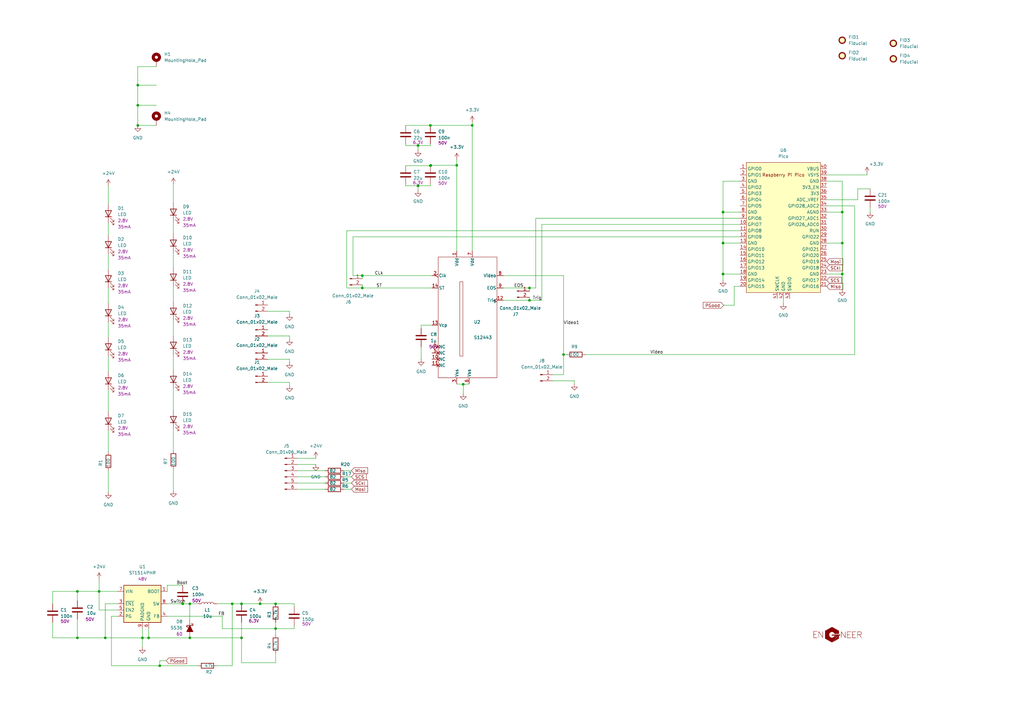
<source format=kicad_sch>
(kicad_sch (version 20211123) (generator eeschema)
  (paper "A3")
  (title_block (title "High Precision Position Sensor Simple") (date "2023-03-11") (rev "1") (company "enGYneer") (comment 2 "www.gyurma.de") (comment 3 "www.enGYneer.de"))
  (lib_symbols
    (symbol "Connector:Conn_01x02_Male" (pin_names (offset 1.016) hide)
      (property "Reference" "J" (at 0 2.54 0))
      (property "Value" "Conn_01x02_Male" (at 0 -5.08 0))
      (symbol "Conn_01x02_Male_1_1"
        (pin passive line (at 5.08 0 180) (length 3.81) (name "Pin_1") (number "1"))
        (pin passive line (at 5.08 -2.54 180) (length 3.81) (name "Pin_2") (number "2"))
      )
    )
    (symbol "Connector:Conn_01x06_Male" (pin_names (offset 1.016) hide)
      (property "Reference" "J" (at 0 7.62 0))
      (property "Value" "Conn_01x06_Male" (at 0 -10.16 0))
      (symbol "Conn_01x06_Male_1_1"
        (pin passive line (at 5.08 5.08 180) (length 3.81) (name "Pin_1") (number "1"))
        (pin passive line (at 5.08 2.54 180) (length 3.81) (name "Pin_2") (number "2"))
        (pin passive line (at 5.08 0 180) (length 3.81) (name "Pin_3") (number "3"))
        (pin passive line (at 5.08 -2.54 180) (length 3.81) (name "Pin_4") (number "4"))
        (pin passive line (at 5.08 -5.08 180) (length 3.81) (name "Pin_5") (number "5"))
        (pin passive line (at 5.08 -7.62 180) (length 3.81) (name "Pin_6") (number "6"))
      )
    )
    (symbol "Device:C" (pin_numbers hide) (pin_names (offset 0.254))
      (property "Reference" "C" (at 0.635 2.54 0))
      (property "Value" "C" (at 0.635 -2.54 0))
      (symbol "C_1_1"
        (pin passive line (at 0 3.81 270) (length 2.794) (name "~") (number "1"))
        (pin passive line (at 0 -3.81 90) (length 2.794) (name "~") (number "2"))
      )
    )
    (symbol "Device:D_Schottky_Filled" (pin_numbers hide) (pin_names (offset 1.016) hide)
      (property "Reference" "D" (at 0 2.54 0))
      (property "Value" "D_Schottky_Filled" (at 0 -2.54 0))
      (symbol "D_Schottky_Filled_1_1"
        (pin passive line (at -3.81 0 0) (length 2.54) (name "K") (number "1"))
        (pin passive line (at 3.81 0 180) (length 2.54) (name "A") (number "2"))
      )
    )
    (symbol "Device:L" (pin_numbers hide) (pin_names (offset 1.016) hide)
      (property "Reference" "L" (at -1.27 0 90))
      (property "Value" "L" (at 1.905 0 90))
      (symbol "L_1_1"
        (pin passive line (at 0 3.81 270) (length 1.27) (name "1") (number "1"))
        (pin passive line (at 0 -3.81 90) (length 1.27) (name "2") (number "2"))
      )
    )
    (symbol "Device:LED" (pin_numbers hide) (pin_names (offset 1.016) hide)
      (property "Reference" "D" (at 0 2.54 0))
      (property "Value" "LED" (at 0 -2.54 0))
      (symbol "LED_1_1"
        (pin passive line (at -3.81 0 0) (length 2.54) (name "K") (number "1"))
        (pin passive line (at 3.81 0 180) (length 2.54) (name "A") (number "2"))
      )
    )
    (symbol "Device:R" (pin_numbers hide) (pin_names (offset 0))
      (property "Reference" "R" (at 2.032 0 90))
      (property "Value" "R" (at 0 0 90))
      (symbol "R_1_1"
        (pin passive line (at 0 3.81 270) (length 1.27) (name "~") (number "1"))
        (pin passive line (at 0 -3.81 90) (length 1.27) (name "~") (number "2"))
      )
    )
    (symbol "GND_1" (power) (pin_names (offset 0))
      (property "Value" "GND_1" (at 0 -3.81 0))
      (symbol "GND_1_1_1"
        (pin power_in line (at 0 0 270) (length 0) hide (name "GND") (number "1"))
      )
    )
    (symbol "GND_2" (power) (pin_names (offset 0))
      (property "Value" "GND_2" (at 0 -3.81 0))
      (symbol "GND_2_1_1"
        (pin power_in line (at 0 0 270) (length 0) hide (name "GND") (number "1"))
      )
    )
    (symbol "GND_3" (power) (pin_names (offset 0))
      (property "Value" "GND_3" (at 0 -3.81 0))
      (symbol "GND_3_1_1"
        (pin power_in line (at 0 0 270) (length 0) hide (name "GND") (number "1"))
      )
    )
    (symbol "Mechanical:Fiducial"
      (property "Reference" "FID" (at 0 5.08 0))
      (property "Value" "Fiducial" (at 0 3.175 0))
    )
    (symbol "Mechanical:MountingHole_Pad" (pin_numbers hide) (pin_names (offset 1.016) hide)
      (property "Reference" "H" (at 0 6.35 0))
      (property "Value" "MountingHole_Pad" (at 0 4.445 0))
      (symbol "MountingHole_Pad_1_1"
        (pin input line (at 0 -2.54 90) (length 2.54) (name "1") (number "1"))
      )
    )
    (symbol "Pico:Pico"
      (property "Reference" "U" (at -13.97 27.94 0))
      (property "Value" "Pico" (at 0 19.05 0))
      (symbol "Pico_0_0"
        (text "Raspberry Pi Pico" (at 0 21.59 0) (effects (font (size 1.27 1.27))))
      )
      (symbol "Pico_1_1"
        (pin bidirectional line (at -17.78 24.13 0) (length 2.54) (name "GPIO0") (number "1"))
        (pin bidirectional line (at -17.78 1.27 0) (length 2.54) (name "GPIO7") (number "10"))
        (pin bidirectional line (at -17.78 -1.27 0) (length 2.54) (name "GPIO8") (number "11"))
        (pin bidirectional line (at -17.78 -3.81 0) (length 2.54) (name "GPIO9") (number "12"))
        (pin power_in line (at -17.78 -6.35 0) (length 2.54) (name "GND") (number "13"))
        (pin bidirectional line (at -17.78 -8.89 0) (length 2.54) (name "GPIO10") (number "14"))
        (pin bidirectional line (at -17.78 -11.43 0) (length 2.54) (name "GPIO11") (number "15"))
        (pin bidirectional line (at -17.78 -13.97 0) (length 2.54) (name "GPIO12") (number "16"))
        (pin bidirectional line (at -17.78 -16.51 0) (length 2.54) (name "GPIO13") (number "17"))
        (pin power_in line (at -17.78 -19.05 0) (length 2.54) (name "GND") (number "18"))
        (pin bidirectional line (at -17.78 -21.59 0) (length 2.54) (name "GPIO14") (number "19"))
        (pin bidirectional line (at -17.78 21.59 0) (length 2.54) (name "GPIO1") (number "2"))
        (pin bidirectional line (at -17.78 -24.13 0) (length 2.54) (name "GPIO15") (number "20"))
        (pin bidirectional line (at 17.78 -24.13 180) (length 2.54) (name "GPIO16") (number "21"))
        (pin bidirectional line (at 17.78 -21.59 180) (length 2.54) (name "GPIO17") (number "22"))
        (pin power_in line (at 17.78 -19.05 180) (length 2.54) (name "GND") (number "23"))
        (pin bidirectional line (at 17.78 -16.51 180) (length 2.54) (name "GPIO18") (number "24"))
        (pin bidirectional line (at 17.78 -13.97 180) (length 2.54) (name "GPIO19") (number "25"))
        (pin bidirectional line (at 17.78 -11.43 180) (length 2.54) (name "GPIO20") (number "26"))
        (pin bidirectional line (at 17.78 -8.89 180) (length 2.54) (name "GPIO21") (number "27"))
        (pin power_in line (at 17.78 -6.35 180) (length 2.54) (name "GND") (number "28"))
        (pin bidirectional line (at 17.78 -3.81 180) (length 2.54) (name "GPIO22") (number "29"))
        (pin power_in line (at -17.78 19.05 0) (length 2.54) (name "GND") (number "3"))
        (pin input line (at 17.78 -1.27 180) (length 2.54) (name "RUN") (number "30"))
        (pin bidirectional line (at 17.78 1.27 180) (length 2.54) (name "GPIO26_ADC0") (number "31"))
        (pin bidirectional line (at 17.78 3.81 180) (length 2.54) (name "GPIO27_ADC1") (number "32"))
        (pin power_in line (at 17.78 6.35 180) (length 2.54) (name "AGND") (number "33"))
        (pin bidirectional line (at 17.78 8.89 180) (length 2.54) (name "GPIO28_ADC2") (number "34"))
        (pin power_in line (at 17.78 11.43 180) (length 2.54) (name "ADC_VREF") (number "35"))
        (pin power_in line (at 17.78 13.97 180) (length 2.54) (name "3V3") (number "36"))
        (pin input line (at 17.78 16.51 180) (length 2.54) (name "3V3_EN") (number "37"))
        (pin bidirectional line (at 17.78 19.05 180) (length 2.54) (name "GND") (number "38"))
        (pin power_in line (at 17.78 21.59 180) (length 2.54) (name "VSYS") (number "39"))
        (pin bidirectional line (at -17.78 16.51 0) (length 2.54) (name "GPIO2") (number "4"))
        (pin power_in line (at 17.78 24.13 180) (length 2.54) (name "VBUS") (number "40"))
        (pin input line (at -2.54 -29.21 90) (length 2.54) (name "SWCLK") (number "41"))
        (pin power_in line (at 0 -29.21 90) (length 2.54) (name "GND") (number "42"))
        (pin bidirectional line (at 2.54 -29.21 90) (length 2.54) (name "SWDIO") (number "43"))
        (pin bidirectional line (at -17.78 13.97 0) (length 2.54) (name "GPIO3") (number "5"))
        (pin bidirectional line (at -17.78 11.43 0) (length 2.54) (name "GPIO4") (number "6"))
        (pin bidirectional line (at -17.78 8.89 0) (length 2.54) (name "GPIO5") (number "7"))
        (pin power_in line (at -17.78 6.35 0) (length 2.54) (name "GND") (number "8"))
        (pin bidirectional line (at -17.78 3.81 0) (length 2.54) (name "GPIO6") (number "9"))
      )
    )
    (symbol "Regulator_Switching:ST1S14PHR"
      (property "Reference" "U" (at -8.255 8.89 0))
      (property "Value" "ST1S14PHR" (at 0 8.89 0))
      (symbol "ST1S14PHR_1_1"
        (pin input line (at 10.16 5.08 180) (length 2.54) (name "BOOT") (number "1"))
        (pin output line (at -10.16 -5.08 0) (length 2.54) (name "PG") (number "2"))
        (pin input line (at -10.16 0 0) (length 2.54) (name "~{EN1}") (number "3"))
        (pin input line (at 10.16 -5.08 180) (length 2.54) (name "FB") (number "4"))
        (pin input line (at -10.16 -2.54 0) (length 2.54) (name "EN2") (number "5"))
        (pin power_in line (at 2.54 -10.16 90) (length 2.54) (name "GND") (number "6"))
        (pin power_in line (at -10.16 5.08 0) (length 2.54) (name "VIN") (number "7"))
        (pin output line (at 10.16 0 180) (length 2.54) (name "SW") (number "8"))
        (pin power_in line (at 0 -10.16 90) (length 2.54) (name "PADGND") (number "9"))
      )
    )
    (symbol "Sensor CMOS:S12443" (pin_names (offset 0.254))
      (property "Reference" "U" (at 5.08 -29.21 0))
      (property "Value" "S12443" (at 6.35 -33.02 0))
      (symbol "S12443_1_1"
        (pin power_in line (at -2.54 -2.54 270) (length 2.54) (name "Vdd") (number "1"))
        (pin unspecified non_logic (at -12.7 -46.99 0) (length 2.54) (name "NC") (number "10"))
        (pin unspecified non_logic (at -12.7 -49.53 0) (length 2.54) (name "NC") (number "11"))
        (pin output clock (at 16.51 -22.86 180) (length 2.54) (name "Trig") (number "12"))
        (pin bidirectional line (at -12.7 -33.02 0) (length 2.54) (name "Vcp") (number "13"))
        (pin input line (at -12.7 -17.78 0) (length 2.54) (name "ST") (number "14"))
        (pin input edge_clock_high (at -12.7 -12.7 0) (length 2.54) (name "Clk") (number "2"))
        (pin power_out line (at -2.54 -57.15 90) (length 2.54) (name "Vss") (number "3"))
        (pin unspecified non_logic (at -12.7 -41.91 0) (length 2.54) (name "NC") (number "4"))
        (pin unspecified non_logic (at -12.7 -44.45 0) (length 2.54) (name "NC") (number "5"))
        (pin power_out line (at 2.54 -57.15 90) (length 2.54) (name "Vss") (number "6"))
        (pin power_in line (at 3.81 -2.54 270) (length 2.54) (name "Vdd") (number "7"))
        (pin output line (at 16.51 -12.7 180) (length 2.54) (name "Video") (number "8"))
        (pin output line (at 16.51 -17.78 180) (length 2.54) (name "EOS") (number "9"))
      )
    )
    (symbol "enGyneer-Logo:LOGO" (pin_names (offset 1.016)))
    (symbol "power:+24V" (power) (pin_names (offset 0))
      (property "Value" "+24V" (at 0 3.556 0))
      (symbol "+24V_1_1"
        (pin power_in line (at 0 0 90) (length 0) hide (name "+24V") (number "1"))
      )
    )
    (symbol "power:+3.3V" (power) (pin_names (offset 0))
      (property "Value" "+3.3V" (at 0 3.556 0))
      (symbol "+3.3V_1_1"
        (pin power_in line (at 0 0 90) (length 0) hide (name "+3.3V") (number "1"))
      )
    )
    (symbol "power:GND" (power) (pin_names (offset 0))
      (property "Value" "GND" (at 0 -3.81 0))
      (symbol "GND_1_1"
        (pin power_in line (at 0 0 270) (length 0) hide (name "GND") (number "1"))
      )
    )
  )
  (junction (at 113.03 247.65))
  (junction (at 345.44 86.995))
  (junction (at 148.59 113.03))
  (junction (at 176.657 67.818))
  (junction (at 296.545 86.995))
  (junction (at 217.17 118.11))
  (junction (at 113.03 257.81))
  (junction (at 193.675 51.435))
  (junction (at 56.515 43.18))
  (junction (at 99.06 261.62))
  (junction (at 106.68 247.65))
  (junction (at 58.42 261.62))
  (junction (at 60.96 261.62))
  (junction (at 187.325 67.818))
  (junction (at 345.44 112.395))
  (junction (at 296.545 99.695))
  (junction (at 231.14 145.415))
  (junction (at 99.06 247.65))
  (junction (at 31.75 242.57))
  (junction (at 171.45 76.2))
  (junction (at 189.992 157.607))
  (junction (at 77.851 247.65))
  (junction (at 176.53 51.435))
  (junction (at 43.18 261.62))
  (junction (at 95.25 247.65))
  (junction (at 74.93 247.65))
  (junction (at 148.59 118.11))
  (junction (at 77.851 261.62))
  (junction (at 56.515 34.925))
  (junction (at 56.515 51.435))
  (junction (at 31.75 261.62))
  (junction (at 65.532 273.05))
  (junction (at 217.17 123.19))
  (junction (at 40.64 242.57))
  (junction (at 296.545 112.395))
  (junction (at 345.44 99.695))
  (junction (at 176.53 67.945))
  (junction (at 171.45 59.69))
  (wire (pts (xy 77.851 261.62) (xy 99.06 261.62)))
  (wire (pts (xy 345.44 99.695) (xy 339.09 99.695)))
  (wire (pts (xy 44.45 118.11) (xy 44.45 124.46)))
  (wire (pts (xy 121.92 190.5) (xy 129.54 190.5)))
  (wire (pts (xy 176.53 76.2) (xy 171.45 76.2)))
  (wire (pts (xy 44.45 132.08) (xy 44.45 138.43)))
  (wire (pts (xy 64.135 51.435) (xy 56.515 51.435)))
  (wire (pts (xy 296.545 86.995) (xy 303.53 86.995)))
  (wire (pts (xy 148.59 118.11) (xy 177.165 118.11)))
  (wire (pts (xy 71.12 145.415) (xy 71.12 151.765)))
  (wire (pts (xy 113.03 267.97) (xy 113.03 271.78)))
  (wire (pts (xy 21.59 242.57) (xy 31.75 242.57)))
  (wire (pts (xy 296.545 112.395) (xy 303.53 112.395)))
  (wire (pts (xy 56.515 51.435) (xy 56.515 43.18)))
  (wire (pts (xy 176.657 67.818) (xy 176.53 67.945)))
  (wire (pts (xy 219.71 89.535) (xy 219.71 118.11)))
  (wire (pts (xy 172.72 134.62) (xy 172.72 133.35)))
  (wire (pts (xy 95.25 247.65) (xy 95.25 273.05)))
  (wire (pts (xy 226.695 153.67) (xy 231.14 153.67)))
  (wire (pts (xy 71.12 192.405) (xy 71.12 201.295)))
  (wire (pts (xy 189.992 161.417) (xy 189.992 157.607)))
  (wire (pts (xy 21.59 261.62) (xy 31.75 261.62)))
  (wire (pts (xy 321.31 122.555) (xy 321.31 124.46)))
  (wire (pts (xy 60.96 257.81) (xy 60.96 261.62)))
  (wire (pts (xy 109.855 147.32) (xy 118.745 147.32)))
  (wire (pts (xy 31.75 242.57) (xy 40.64 242.57)))
  (wire (pts (xy 148.59 113.03) (xy 148.59 114.3)))
  (wire (pts (xy 118.745 128.905) (xy 118.745 127.635)))
  (wire (pts (xy 109.855 156.845) (xy 118.745 156.845)))
  (wire (pts (xy 350.52 145.415) (xy 350.52 84.455)))
  (wire (pts (xy 31.75 246.38) (xy 31.75 242.57)))
  (wire (pts (xy 40.64 242.57) (xy 40.64 250.19)))
  (wire (pts (xy 144.78 97.155) (xy 303.53 97.155)))
  (wire (pts (xy 219.71 89.535) (xy 303.53 89.535)))
  (wire (pts (xy 345.44 112.395) (xy 345.44 99.695)))
  (wire (pts (xy 217.17 118.11) (xy 219.71 118.11)))
  (wire (pts (xy 40.64 237.49) (xy 40.64 242.57)))
  (wire (pts (xy 240.03 145.415) (xy 350.52 145.415)))
  (wire (pts (xy 187.325 65.405) (xy 187.325 67.818)))
  (wire (pts (xy 77.851 247.65) (xy 81.28 247.65)))
  (wire (pts (xy 99.06 271.78) (xy 99.06 261.62)))
  (wire (pts (xy 172.72 133.35) (xy 177.165 133.35)))
  (wire (pts (xy 120.65 257.81) (xy 113.03 257.81)))
  (wire (pts (xy 45.72 252.73) (xy 48.26 252.73)))
  (wire (pts (xy 222.25 123.19) (xy 217.17 123.19)))
  (wire (pts (xy 176.53 75.565) (xy 176.53 76.2)))
  (wire (pts (xy 345.44 99.695) (xy 345.44 86.995)))
  (wire (pts (xy 189.992 157.607) (xy 192.405 157.48)))
  (wire (pts (xy 58.42 261.62) (xy 60.96 261.62)))
  (wire (pts (xy 142.24 118.11) (xy 148.59 118.11)))
  (wire (pts (xy 176.53 59.055) (xy 176.53 59.69)))
  (wire (pts (xy 21.59 247.65) (xy 21.59 242.57)))
  (wire (pts (xy 176.657 67.818) (xy 187.325 67.818)))
  (wire (pts (xy 68.199 271.018) (xy 65.532 271.018)))
  (wire (pts (xy 77.851 247.65) (xy 77.851 254)))
  (wire (pts (xy 113.03 257.81) (xy 113.03 260.35)))
  (wire (pts (xy 166.37 51.435) (xy 176.53 51.435)))
  (wire (pts (xy 58.42 261.62) (xy 58.42 265.43)))
  (wire (pts (xy 44.45 146.05) (xy 44.45 152.4)))
  (wire (pts (xy 301.117 125.222) (xy 296.799 125.222)))
  (wire (pts (xy 99.06 247.65) (xy 106.68 247.65)))
  (wire (pts (xy 171.45 61.595) (xy 171.45 59.69)))
  (wire (pts (xy 345.44 86.995) (xy 339.09 86.995)))
  (wire (pts (xy 193.675 50.165) (xy 193.675 51.435)))
  (wire (pts (xy 231.14 145.415) (xy 231.14 153.67)))
  (wire (pts (xy 121.92 195.58) (xy 133.35 195.58)))
  (wire (pts (xy 120.65 256.54) (xy 120.65 257.81)))
  (wire (pts (xy 88.9 273.05) (xy 95.25 273.05)))
  (wire (pts (xy 356.87 85.09) (xy 356.87 86.995)))
  (wire (pts (xy 339.09 71.755) (xy 355.6 71.755)))
  (wire (pts (xy 187.325 67.818) (xy 187.325 102.87)))
  (wire (pts (xy 148.59 113.03) (xy 177.165 113.03)))
  (wire (pts (xy 171.45 78.105) (xy 171.45 76.2)))
  (wire (pts (xy 206.375 118.11) (xy 217.17 118.11)))
  (wire (pts (xy 172.72 142.24) (xy 172.72 147.32)))
  (wire (pts (xy 71.12 131.445) (xy 71.12 137.795)))
  (wire (pts (xy 56.515 27.305) (xy 56.515 34.925)))
  (wire (pts (xy 140.97 200.66) (xy 144.145 200.66)))
  (wire (pts (xy 91.186 257.81) (xy 91.186 252.73)))
  (wire (pts (xy 71.12 90.805) (xy 71.12 95.885)))
  (wire (pts (xy 64.135 27.305) (xy 56.515 27.305)))
  (wire (pts (xy 113.03 271.78) (xy 99.06 271.78)))
  (wire (pts (xy 58.42 257.81) (xy 58.42 261.62)))
  (wire (pts (xy 44.45 176.53) (xy 44.45 185.42)))
  (wire (pts (xy 350.52 84.455) (xy 339.09 84.455)))
  (wire (pts (xy 148.59 113.03) (xy 144.78 113.03)))
  (wire (pts (xy 148.59 116.84) (xy 148.59 118.11)))
  (wire (pts (xy 64.135 43.18) (xy 56.515 43.18)))
  (wire (pts (xy 88.9 247.65) (xy 95.25 247.65)))
  (wire (pts (xy 44.45 160.02) (xy 44.45 168.91)))
  (wire (pts (xy 44.45 193.04) (xy 44.45 201.93)))
  (wire (pts (xy 44.45 104.14) (xy 44.45 110.49)))
  (wire (pts (xy 296.545 114.935) (xy 296.545 112.395)))
  (wire (pts (xy 74.93 247.65) (xy 77.851 247.65)))
  (wire (pts (xy 176.53 51.435) (xy 193.675 51.435)))
  (wire (pts (xy 345.44 118.745) (xy 345.44 112.395)))
  (wire (pts (xy 113.03 255.27) (xy 113.03 257.81)))
  (wire (pts (xy 345.44 112.395) (xy 339.09 112.395)))
  (wire (pts (xy 217.17 123.19) (xy 206.375 123.19)))
  (wire (pts (xy 356.87 77.47) (xy 351.79 77.47)))
  (wire (pts (xy 118.745 139.065) (xy 118.745 137.795)))
  (wire (pts (xy 68.58 247.65) (xy 74.93 247.65)))
  (wire (pts (xy 71.12 159.385) (xy 71.12 168.275)))
  (wire (pts (xy 166.37 59.69) (xy 166.37 59.055)))
  (wire (pts (xy 65.532 273.05) (xy 81.28 273.05)))
  (wire (pts (xy 296.545 99.695) (xy 303.53 99.695)))
  (wire (pts (xy 60.96 261.62) (xy 77.851 261.62)))
  (wire (pts (xy 303.53 117.475) (xy 301.117 117.475)))
  (wire (pts (xy 171.45 59.69) (xy 166.37 59.69)))
  (wire (pts (xy 21.59 255.27) (xy 21.59 261.62)))
  (wire (pts (xy 142.24 94.615) (xy 303.53 94.615)))
  (wire (pts (xy 226.695 156.21) (xy 235.585 156.21)))
  (wire (pts (xy 71.12 75.565) (xy 71.12 83.185)))
  (wire (pts (xy 222.25 92.075) (xy 303.53 92.075)))
  (wire (pts (xy 68.58 242.57) (xy 68.58 240.03)))
  (wire (pts (xy 43.18 247.65) (xy 48.26 247.65)))
  (wire (pts (xy 31.75 254) (xy 31.75 261.62)))
  (wire (pts (xy 171.45 76.2) (xy 166.37 76.2)))
  (wire (pts (xy 113.03 247.65) (xy 120.65 247.65)))
  (wire (pts (xy 71.12 103.505) (xy 71.12 109.855)))
  (wire (pts (xy 231.14 113.03) (xy 231.14 145.415)))
  (wire (pts (xy 45.72 273.05) (xy 65.532 273.05)))
  (wire (pts (xy 56.515 34.925) (xy 64.135 34.925)))
  (wire (pts (xy 296.545 112.395) (xy 296.545 99.695)))
  (wire (pts (xy 166.37 76.2) (xy 166.37 75.565)))
  (wire (pts (xy 45.72 273.05) (xy 45.72 252.73)))
  (wire (pts (xy 121.92 198.12) (xy 133.35 198.12)))
  (wire (pts (xy 43.18 261.62) (xy 58.42 261.62)))
  (wire (pts (xy 345.44 74.295) (xy 339.09 74.295)))
  (wire (pts (xy 166.37 67.945) (xy 176.53 67.945)))
  (wire (pts (xy 296.545 99.695) (xy 296.545 86.995)))
  (wire (pts (xy 351.79 81.915) (xy 339.09 81.915)))
  (wire (pts (xy 345.44 86.995) (xy 345.44 74.295)))
  (wire (pts (xy 235.585 157.48) (xy 235.585 156.21)))
  (wire (pts (xy 296.545 74.295) (xy 303.53 74.295)))
  (wire (pts (xy 31.75 261.62) (xy 43.18 261.62)))
  (wire (pts (xy 109.855 127.635) (xy 118.745 127.635)))
  (wire (pts (xy 44.45 76.2) (xy 44.45 83.82)))
  (wire (pts (xy 43.18 247.65) (xy 43.18 261.62)))
  (wire (pts (xy 118.745 158.115) (xy 118.745 156.845)))
  (wire (pts (xy 176.53 59.69) (xy 171.45 59.69)))
  (wire (pts (xy 40.64 242.57) (xy 48.26 242.57)))
  (wire (pts (xy 217.17 121.92) (xy 217.17 123.19)))
  (wire (pts (xy 71.12 117.475) (xy 71.12 123.825)))
  (wire (pts (xy 296.545 86.995) (xy 296.545 74.295)))
  (wire (pts (xy 106.68 247.65) (xy 113.03 247.65)))
  (wire (pts (xy 118.745 148.59) (xy 118.745 147.32)))
  (wire (pts (xy 140.97 195.58) (xy 144.145 195.58)))
  (wire (pts (xy 222.25 92.075) (xy 222.25 123.19)))
  (wire (pts (xy 99.06 255.27) (xy 99.06 261.62)))
  (wire (pts (xy 95.25 247.65) (xy 99.06 247.65)))
  (wire (pts (xy 193.675 51.435) (xy 193.675 102.87)))
  (wire (pts (xy 355.6 71.755) (xy 355.6 71.12)))
  (wire (pts (xy 351.79 77.47) (xy 351.79 81.915)))
  (wire (pts (xy 48.26 250.19) (xy 40.64 250.19)))
  (wire (pts (xy 91.186 252.73) (xy 68.58 252.73)))
  (wire (pts (xy 217.17 118.11) (xy 217.17 119.38)))
  (wire (pts (xy 65.532 271.018) (xy 65.532 273.05)))
  (wire (pts (xy 91.186 257.81) (xy 113.03 257.81)))
  (wire (pts (xy 109.855 137.795) (xy 118.745 137.795)))
  (wire (pts (xy 121.92 200.66) (xy 133.35 200.66)))
  (wire (pts (xy 140.97 193.04) (xy 144.145 193.04)))
  (wire (pts (xy 71.12 175.895) (xy 71.12 184.785)))
  (wire (pts (xy 121.92 187.96) (xy 129.54 187.96)))
  (wire (pts (xy 301.117 117.475) (xy 301.117 125.222)))
  (wire (pts (xy 68.58 240.03) (xy 74.93 240.03)))
  (wire (pts (xy 120.65 248.92) (xy 120.65 247.65)))
  (wire (pts (xy 144.78 113.03) (xy 144.78 97.155)))
  (wire (pts (xy 187.325 157.48) (xy 189.992 157.607)))
  (wire (pts (xy 56.515 43.18) (xy 56.515 34.925)))
  (wire (pts (xy 121.92 193.04) (xy 133.35 193.04)))
  (wire (pts (xy 206.375 113.03) (xy 231.14 113.03)))
  (wire (pts (xy 231.14 145.415) (xy 232.41 145.415)))
  (wire (pts (xy 142.24 118.11) (xy 142.24 94.615)))
  (wire (pts (xy 140.97 198.12) (xy 144.145 198.12)))
  (wire (pts (xy 44.45 91.44) (xy 44.45 96.52)))
  (label "ST" (at 154.305 118.11 0))
  (label "Switch" (at 69.85 247.65 0))
  (label "FB" (at 89.535 252.73 0))
  (label "EOS" (at 210.82 118.11 0))
  (label "Boot" (at 72.39 240.03 0))
  (label "Video1" (at 231.14 133.35 0))
  (label "Video" (at 266.7 145.415 0))
  (label "Trig" (at 218.44 123.19 0))
  (label "CLk" (at 153.67 113.03 0))
  (global_label "SCS" (shape input) (at 144.145 195.58 0) (property "Intersheet References" "${INTERSHEET_REFS}" (effects hide)))
  (global_label "SCkl" (shape input) (at 339.09 109.855 0) (property "Intersheet References" "${INTERSHEET_REFS}" (effects hide)))
  (global_label "Mosi" (shape input) (at 339.09 107.315 0) (property "Intersheet References" "${INTERSHEET_REFS}" (effects hide)))
  (global_label "SCkl" (shape input) (at 144.145 198.12 0) (property "Intersheet References" "${INTERSHEET_REFS}" (effects hide)))
  (global_label "Miso" (shape input) (at 144.145 193.04 0) (property "Intersheet References" "${INTERSHEET_REFS}" (effects hide)))
  (global_label "PGood" (shape input) (at 68.199 271.018 0) (property "Intersheet References" "${INTERSHEET_REFS}" (effects hide)))
  (global_label "Mosi" (shape input) (at 144.145 200.66 0) (property "Intersheet References" "${INTERSHEET_REFS}" (effects hide)))
  (global_label "Miso" (shape input) (at 339.09 117.475 0) (property "Intersheet References" "${INTERSHEET_REFS}" (effects hide)))
  (global_label "SCS" (shape input) (at 339.09 114.935 0) (property "Intersheet References" "${INTERSHEET_REFS}" (effects hide)))
  (global_label "PGood" (shape input) (at 296.799 125.222 180) (property "Intersheet References" "${INTERSHEET_REFS}" (effects hide)))
  (symbol (lib_id "Connector:Conn_01x02_Male") (at 212.09 119.38 0) (unit 1)
    (property "Reference" "J7" (at 211.455 128.905 0))
    (property "Value" "Conn_01x02_Male" (at 213.36 126.365 0))
    (property "Footprint" "Connector_PinHeader_2.54mm:PinHeader_1x02_P2.54mm_Vertical" (effects hide))
    (property "Mounting" "DNP" (effects hide))
  )
  (symbol (lib_id "Mechanical:Fiducial") (at 366.395 17.78 0) (unit 1)
    (property "Reference" "FID3" (at 368.935 16.5099 0) (effects (justify left)))
    (property "Value" "Fiducial" (at 368.935 19.0499 0) (effects (justify left)))
    (property "Footprint" "Fiducial:Fiducial_1mm_Mask2mm" (effects hide))
    (property "Mounting" "DNP" (effects hide))
  )
  (symbol (lib_id "Device:LED") (at 71.12 127.635 90) (unit 1)
    (property "Reference" "D12" (at 74.93 125.4124 90) (effects (justify right)))
    (property "Value" "LED" (at 74.93 127.9524 90) (effects (justify right)))
    (property "Footprint" "LED_SMD:LED_0603_1608Metric_Pad1.05x0.95mm_HandSolder" (effects hide))
    (property "Datasheet" "https://datasheet.lcsc.com/lcsc/1811101510_Everlight-Elec-19-217-BHC-ZL1M2RY-3T_C72041.pdf" (effects hide))
    (property "Sourcing" "JLCPCB" (effects hide))
    (property "Umax" "2.8V" (at 74.93 130.4924 90) (effects (justify right)))
    (property "I" "35mA" (at 74.93 133.0324 90) (effects (justify right)))
    (property "Manufacturer" "Everlight" (effects hide))
    (property "ManufacturerPartNum" "19-217/BHC-ZL1M2RY/3T" (effects hide))
    (property "SourcingPartNum" "C72041" (effects hide))
  )
  (symbol (lib_name "GND_3") (lib_id "power:GND") (at 56.515 51.435 0) (unit 1)
    (property "Reference" "#PWR0105" (effects hide))
    (property "Value" "GND" (at 56.515 56.515 0))
  )
  (symbol (lib_id "Device:LED") (at 44.45 142.24 90) (unit 1)
    (property "Reference" "D5" (at 48.26 140.0174 90) (effects (justify right)))
    (property "Value" "LED" (at 48.26 142.5574 90) (effects (justify right)))
    (property "Footprint" "LED_SMD:LED_0603_1608Metric_Pad1.05x0.95mm_HandSolder" (effects hide))
    (property "Datasheet" "https://datasheet.lcsc.com/lcsc/1811101510_Everlight-Elec-19-217-BHC-ZL1M2RY-3T_C72041.pdf" (effects hide))
    (property "Sourcing" "JLCPCB" (effects hide))
    (property "Umax" "2.8V" (at 48.26 145.0974 90) (effects (justify right)))
    (property "I" "35mA" (at 48.26 147.6374 90) (effects (justify right)))
    (property "Manufacturer" "Everlight" (effects hide))
    (property "ManufacturerPartNum" "19-217/BHC-ZL1M2RY/3T" (effects hide))
    (property "SourcingPartNum" "C72041" (effects hide))
  )
  (symbol (lib_id "Device:LED") (at 44.45 128.27 90) (unit 1)
    (property "Reference" "D4" (at 48.26 126.0474 90) (effects (justify right)))
    (property "Value" "LED" (at 48.26 128.5874 90) (effects (justify right)))
    (property "Footprint" "LED_SMD:LED_0603_1608Metric_Pad1.05x0.95mm_HandSolder" (effects hide))
    (property "Datasheet" "https://datasheet.lcsc.com/lcsc/1811101510_Everlight-Elec-19-217-BHC-ZL1M2RY-3T_C72041.pdf" (effects hide))
    (property "Sourcing" "JLCPCB" (effects hide))
    (property "Umax" "2.8V" (at 48.26 131.1274 90) (effects (justify right)))
    (property "I" "35mA" (at 48.26 133.6674 90) (effects (justify right)))
    (property "Manufacturer" "Everlight" (effects hide))
    (property "ManufacturerPartNum" "19-217/BHC-ZL1M2RY/3T" (effects hide))
    (property "SourcingPartNum" "C72041" (effects hide))
  )
  (symbol (lib_id "Regulator_Switching:ST1S14PHR") (at 58.42 247.65 0) (unit 1)
    (property "Reference" "U1" (at 58.42 232.41 0))
    (property "Value" "ST1S14PHR" (at 58.42 234.95 0))
    (property "Footprint" "Package_SO:TI_SO-PowerPAD-8" (effects hide))
    (property "Datasheet" "http://www.st.com/internet/com/TECHNICAL_RESOURCES/TECHNICAL_LITERATURE/DATASHEET/CD00285678.pdf" (effects hide))
    (property "Manufacturer" "STMicroelectronics" (effects hide))
    (property "ManufacturerPartNum" "ST1S14PHR" (effects hide))
    (property "Sourcing" "JLCPCB" (effects hide))
    (property "SourcingPartNum" "C84130" (effects hide))
    (property "Umax" "48V" (at 58.42 237.49 0))
  )
  (symbol (lib_id "Device:LED") (at 44.45 156.21 90) (unit 1)
    (property "Reference" "D6" (at 48.26 153.9874 90) (effects (justify right)))
    (property "Value" "LED" (at 48.26 156.5274 90) (effects (justify right)))
    (property "Footprint" "LED_SMD:LED_0603_1608Metric_Pad1.05x0.95mm_HandSolder" (effects hide))
    (property "Datasheet" "https://datasheet.lcsc.com/lcsc/1811101510_Everlight-Elec-19-217-BHC-ZL1M2RY-3T_C72041.pdf" (effects hide))
    (property "Sourcing" "JLCPCB" (effects hide))
    (property "Umax" "2.8V" (at 48.26 159.0674 90) (effects (justify right)))
    (property "I" "35mA" (at 48.26 161.6074 90) (effects (justify right)))
    (property "Manufacturer" "Everlight" (effects hide))
    (property "ManufacturerPartNum" "19-217/BHC-ZL1M2RY/3T" (effects hide))
    (property "SourcingPartNum" "C72041" (effects hide))
  )
  (symbol (lib_id "Device:LED") (at 71.12 99.695 90) (unit 1)
    (property "Reference" "D10" (at 74.93 97.4724 90) (effects (justify right)))
    (property "Value" "LED" (at 74.93 100.0124 90) (effects (justify right)))
    (property "Footprint" "LED_SMD:LED_0603_1608Metric_Pad1.05x0.95mm_HandSolder" (effects hide))
    (property "Datasheet" "https://datasheet.lcsc.com/lcsc/1811101510_Everlight-Elec-19-217-BHC-ZL1M2RY-3T_C72041.pdf" (effects hide))
    (property "Sourcing" "JLCPCB" (effects hide))
    (property "Umax" "2.8V" (at 74.93 102.5524 90) (effects (justify right)))
    (property "I" "35mA" (at 74.93 105.0924 90) (effects (justify right)))
    (property "Manufacturer" "Everlight" (effects hide))
    (property "ManufacturerPartNum" "19-217/BHC-ZL1M2RY/3T" (effects hide))
    (property "SourcingPartNum" "C72041" (effects hide))
  )
  (symbol (lib_id "power:GND") (at 356.87 86.995 0) (unit 1)
    (property "Reference" "#PWR033" (effects hide))
    (property "Value" "GND" (at 356.87 91.821 0))
  )
  (symbol (lib_id "power:GND") (at 189.992 161.417 0) (unit 1)
    (property "Reference" "#PWR010" (effects hide))
    (property "Value" "GND" (at 189.992 166.497 0))
  )
  (symbol (lib_id "Device:R") (at 137.16 193.04 90) (unit 1)
    (property "Reference" "R20" (at 141.605 190.5 90))
    (property "Value" "82" (at 136.525 193.04 90))
    (property "Footprint" "Resistor_SMD:R_0603_1608Metric" (effects hide))
    (property "Datasheet" "https://datasheet.lcsc.com/lcsc/2206010100_UNI-ROYAL-Uniroyal-Elec-0603WAF820JT5E_C23255.pdf" (effects hide))
    (property "Manufacturer" "UNI-ROYAL" (effects hide))
    (property "ManufacturerPartNum" "0603WAF820JT5E" (effects hide))
    (property "Sourcing" "JLCPCB" (effects hide))
    (property "SourcingPartNum" "C23255" (effects hide))
  )
  (symbol (lib_id "power:GND") (at 171.45 78.105 0) (unit 1)
    (property "Reference" "#PWR07" (effects hide))
    (property "Value" "GND" (at 171.45 82.55 0))
  )
  (symbol (lib_id "Device:R") (at 44.45 189.23 180) (unit 1)
    (property "Reference" "R1" (at 41.275 189.865 90))
    (property "Value" "100" (at 44.45 189.865 90))
    (property "Footprint" "Resistor_SMD:R_0603_1608Metric" (effects hide))
    (property "Datasheet" "https://datasheet.lcsc.com/lcsc/2206010130_UNI-ROYAL-Uniroyal-Elec-0603WAF1000T5E_C22775.pdf" (effects hide))
    (property "Manufacturer" "UNI-ROYAL" (effects hide))
    (property "ManufacturerPartNum" "0603WAF1000T5E" (effects hide))
    (property "Sourcing" "JLCPCB" (effects hide))
    (property "SourcingPartNum" "C22775" (effects hide))
  )
  (symbol (lib_id "Device:LED") (at 71.12 155.575 90) (unit 1)
    (property "Reference" "D14" (at 74.93 153.3524 90) (effects (justify right)))
    (property "Value" "LED" (at 74.93 155.8924 90) (effects (justify right)))
    (property "Footprint" "LED_SMD:LED_0603_1608Metric_Pad1.05x0.95mm_HandSolder" (effects hide))
    (property "Datasheet" "https://datasheet.lcsc.com/lcsc/1811101510_Everlight-Elec-19-217-BHC-ZL1M2RY-3T_C72041.pdf" (effects hide))
    (property "Sourcing" "JLCPCB" (effects hide))
    (property "Umax" "2.8V" (at 74.93 158.4324 90) (effects (justify right)))
    (property "I" "35mA" (at 74.93 160.9724 90) (effects (justify right)))
    (property "Manufacturer" "Everlight" (effects hide))
    (property "ManufacturerPartNum" "19-217/BHC-ZL1M2RY/3T" (effects hide))
    (property "SourcingPartNum" "C72041" (effects hide))
  )
  (symbol (lib_id "power:+3.3V") (at 355.6 71.12 0) (unit 1)
    (property "Reference" "#PWR032" (effects hide))
    (property "Value" "+3.3V" (at 359.41 67.31 0))
  )
  (symbol (lib_name "GND_1") (lib_id "power:GND") (at 129.54 190.5 0) (unit 1)
    (property "Reference" "#PWR0104" (effects hide))
    (property "Value" "GND" (at 129.54 195.58 0))
  )
  (symbol (lib_id "Pico:Pico") (at 321.31 93.345 0) (unit 1)
    (property "Reference" "U6" (at 321.31 61.595 0))
    (property "Value" "Pico" (at 321.31 64.135 0))
    (property "Footprint" "Pico:RPi_Pico_SMD_TH" (effects hide))
    (property "Datasheet" "https://datasheets.raspberrypi.com/pico/pico-datasheet.pdf" (effects hide))
    (property "Manufacturer" "rpi" (effects hide))
    (property "Mounting" "DNP" (effects hide))
  )
  (symbol (lib_id "power:+24V") (at 44.45 76.2 0) (unit 1)
    (property "Reference" "#PWR02" (effects hide))
    (property "Value" "+24V" (at 44.45 71.12 0))
  )
  (symbol (lib_id "Device:LED") (at 71.12 172.085 90) (unit 1)
    (property "Reference" "D15" (at 74.93 169.8624 90) (effects (justify right)))
    (property "Value" "LED" (at 74.93 172.4024 90) (effects (justify right)))
    (property "Footprint" "LED_SMD:LED_0603_1608Metric_Pad1.05x0.95mm_HandSolder" (effects hide))
    (property "Datasheet" "https://datasheet.lcsc.com/lcsc/1811101510_Everlight-Elec-19-217-BHC-ZL1M2RY-3T_C72041.pdf" (effects hide))
    (property "Sourcing" "JLCPCB" (effects hide))
    (property "Umax" "2.8V" (at 74.93 174.9424 90) (effects (justify right)))
    (property "I" "35mA" (at 74.93 177.4824 90) (effects (justify right)))
    (property "Manufacturer" "Everlight" (effects hide))
    (property "ManufacturerPartNum" "19-217/BHC-ZL1M2RY/3T" (effects hide))
    (property "SourcingPartNum" "C72041" (effects hide))
  )
  (symbol (lib_id "Sensor CMOS:S12443") (at 189.865 100.33 0) (unit 1)
    (property "Reference" "U2" (at 194.31 132.08 0) (effects (justify left)))
    (property "Value" "S12443" (at 194.31 138.43 0) (effects (justify left)))
    (property "Footprint" "SensorLibrary:s12443" (effects hide))
    (property "Datasheet" "https://www.hamamatsu.com/content/dam/hamamatsu-photonics/sites/documents/99_SALES_LIBRARY/ssd/s12443_kmpd1137e.pdf" (effects hide))
    (property "Manufacturer" "Hamamatsu" (effects hide))
    (property "ManufacturerPartNum" "S12443" (effects hide))
    (property "Mounting" "DNP" (effects hide))
  )
  (symbol (lib_id "Device:C") (at 120.65 252.73 0) (unit 1)
    (property "Reference" "C5" (at 123.825 251.4599 0) (effects (justify left)))
    (property "Value" "150p" (at 123.825 253.9999 0) (effects (justify left)))
    (property "Footprint" "Capacitor_SMD:C_0603_1608Metric" (effects hide))
    (property "Datasheet" "https://datasheet.lcsc.com/lcsc/1811061810_FH--Guangdong-Fenghua-Advanced-Tech-0603B151K500NT_C1594.pdf" (effects hide))
    (property "Manufacturer" "FH" (effects hide))
    (property "ManufacturerPartNum" "0603B151K500NT" (effects hide))
    (property "Sourcing" "JLCPCB" (effects hide))
    (property "SourcingPartNum" "C1594" (effects hide))
    (property "Umax" "50V" (at 125.73 255.905 0))
  )
  (symbol (lib_id "Device:R") (at 137.16 198.12 90) (unit 1)
    (property "Reference" "R5" (at 141.605 196.85 90))
    (property "Value" "82" (at 136.525 198.12 90))
    (property "Footprint" "Resistor_SMD:R_0603_1608Metric" (effects hide))
    (property "Datasheet" "https://datasheet.lcsc.com/lcsc/2206010100_UNI-ROYAL-Uniroyal-Elec-0603WAF820JT5E_C23255.pdf" (effects hide))
    (property "Manufacturer" "UNI-ROYAL" (effects hide))
    (property "ManufacturerPartNum" "0603WAF820JT5E" (effects hide))
    (property "Sourcing" "JLCPCB" (effects hide))
    (property "SourcingPartNum" "C23255" (effects hide))
  )
  (symbol (lib_id "Connector:Conn_01x02_Male") (at 221.615 153.67 0) (unit 1)
    (property "Reference" "J8" (at 222.25 147.955 0))
    (property "Value" "Conn_01x02_Male" (at 222.25 150.495 0))
    (property "Footprint" "Connector_PinHeader_2.54mm:PinHeader_1x02_P2.54mm_Vertical" (effects hide))
    (property "Mounting" "DNP" (effects hide))
  )
  (symbol (lib_id "Device:C") (at 99.06 251.46 0) (unit 1)
    (property "Reference" "C4" (at 102.235 250.1899 0) (effects (justify left)))
    (property "Value" "100u" (at 102.235 252.7299 0) (effects (justify left)))
    (property "Footprint" "Capacitor_SMD:C_1206_3216Metric_Pad1.33x1.80mm_HandSolder" (effects hide))
    (property "Datasheet" "https://datasheet.lcsc.com/lcsc/1811151138_Samsung-Electro-Mechanics-CL10A226MQ8NRNC_C59461.pdf" (effects hide))
    (property "Manufacturer" "Samsung" (effects hide))
    (property "ManufacturerPartNum" "CL31A107MQHNNNE" (effects hide))
    (property "Sourcing" "JLCPCB" (effects hide))
    (property "SourcingPartNum" "C15008" (effects hide))
    (property "Umax" "6.3V" (at 104.14 254.635 0))
  )
  (symbol (lib_id "Device:LED") (at 71.12 141.605 90) (unit 1)
    (property "Reference" "D13" (at 74.93 139.3824 90) (effects (justify right)))
    (property "Value" "LED" (at 74.93 141.9224 90) (effects (justify right)))
    (property "Footprint" "LED_SMD:LED_0603_1608Metric_Pad1.05x0.95mm_HandSolder" (effects hide))
    (property "Datasheet" "https://datasheet.lcsc.com/lcsc/1811101510_Everlight-Elec-19-217-BHC-ZL1M2RY-3T_C72041.pdf" (effects hide))
    (property "Sourcing" "JLCPCB" (effects hide))
    (property "Umax" "2.8V" (at 74.93 144.4624 90) (effects (justify right)))
    (property "I" "35mA" (at 74.93 147.0024 90) (effects (justify right)))
    (property "Manufacturer" "Everlight" (effects hide))
    (property "ManufacturerPartNum" "19-217/BHC-ZL1M2RY/3T" (effects hide))
    (property "SourcingPartNum" "C72041" (effects hide))
  )
  (symbol (lib_id "Device:R") (at 85.09 273.05 270) (unit 1)
    (property "Reference" "R2" (at 85.725 275.59 90))
    (property "Value" "47k" (at 85.725 273.05 90))
    (property "Footprint" "Resistor_SMD:R_0603_1608Metric" (effects hide))
    (property "Datasheet" "https://datasheet.lcsc.com/lcsc/2206010045_UNI-ROYAL-Uniroyal-Elec-0603WAF4702T5E_C25819.pdf" (effects hide))
    (property "Manufacturer" "UNI-ROYAL" (effects hide))
    (property "ManufacturerPartNum" "0603WAF4702T5E" (effects hide))
    (property "Sourcing" "JLCPCB" (effects hide))
    (property "SourcingPartNum" "C25819" (effects hide))
  )
  (symbol (lib_id "Device:LED") (at 44.45 87.63 90) (unit 1)
    (property "Reference" "D1" (at 48.26 85.4074 90) (effects (justify right)))
    (property "Value" "LED" (at 48.26 87.9474 90) (effects (justify right)))
    (property "Footprint" "LED_SMD:LED_0603_1608Metric_Pad1.05x0.95mm_HandSolder" (effects hide))
    (property "Datasheet" "https://datasheet.lcsc.com/lcsc/1811101510_Everlight-Elec-19-217-BHC-ZL1M2RY-3T_C72041.pdf" (effects hide))
    (property "Sourcing" "JLCPCB" (effects hide))
    (property "Umax" "2.8V" (at 48.26 90.4874 90) (effects (justify right)))
    (property "I" "35mA" (at 48.26 93.0274 90) (effects (justify right)))
    (property "Manufacturer" "Everlight" (effects hide))
    (property "ManufacturerPartNum" "19-217/BHC-ZL1M2RY/3T" (effects hide))
    (property "SourcingPartNum" "C72041" (effects hide))
  )
  (symbol (lib_id "power:GND") (at 345.44 118.745 0) (unit 1)
    (property "Reference" "#PWR031" (effects hide))
    (property "Value" "GND" (at 345.44 123.19 0))
  )
  (symbol (lib_id "Device:LED") (at 71.12 113.665 90) (unit 1)
    (property "Reference" "D11" (at 74.93 111.4424 90) (effects (justify right)))
    (property "Value" "LED" (at 74.93 113.9824 90) (effects (justify right)))
    (property "Footprint" "LED_SMD:LED_0603_1608Metric_Pad1.05x0.95mm_HandSolder" (effects hide))
    (property "Datasheet" "https://datasheet.lcsc.com/lcsc/1811101510_Everlight-Elec-19-217-BHC-ZL1M2RY-3T_C72041.pdf" (effects hide))
    (property "Sourcing" "JLCPCB" (effects hide))
    (property "Umax" "2.8V" (at 74.93 116.5224 90) (effects (justify right)))
    (property "I" "35mA" (at 74.93 119.0624 90) (effects (justify right)))
    (property "Manufacturer" "Everlight" (effects hide))
    (property "ManufacturerPartNum" "19-217/BHC-ZL1M2RY/3T" (effects hide))
    (property "SourcingPartNum" "C72041" (effects hide))
  )
  (symbol (lib_id "Device:C") (at 176.53 71.755 0) (unit 1)
    (property "Reference" "C10" (at 179.705 70.4849 0) (effects (justify left)))
    (property "Value" "100n" (at 179.705 73.0249 0) (effects (justify left)))
    (property "Footprint" "Capacitor_SMD:C_0603_1608Metric" (effects hide))
    (property "Datasheet" "https://datasheet.lcsc.com/lcsc/1809301912_YAGEO-CC0603KRX7R9BB104_C14663.pdf" (effects hide))
    (property "Manufacturer" "Yageo" (effects hide))
    (property "ManufacturerPartNum" "CC0603KRX7R9BB104" (effects hide))
    (property "Sourcing" "JLCPCB" (effects hide))
    (property "SourcingPartNum" "C14663" (effects hide))
    (property "Umax" "50V" (at 181.5438 75.1297 0))
  )
  (symbol (lib_id "enGyneer-Logo:LOGO") (at 343.535 260.35 0) (unit 1)
    (property "Reference" "G1" (effects hide))
    (property "Value" "LOGO" (effects hide))
    (property "Footprint" "Logos:enGyneer-Logo" (effects hide))
    (property "Mounting" "DNP" (effects hide))
  )
  (symbol (lib_id "Device:C") (at 21.59 251.46 0) (unit 1)
    (property "Reference" "C1" (at 24.765 250.1899 0) (effects (justify left)))
    (property "Value" "100n" (at 24.765 252.7299 0) (effects (justify left)))
    (property "Footprint" "Capacitor_SMD:C_0603_1608Metric" (effects hide))
    (property "Datasheet" "https://datasheet.lcsc.com/lcsc/1809301912_YAGEO-CC0603KRX7R9BB104_C14663.pdf" (effects hide))
    (property "Manufacturer" "Yageo" (effects hide))
    (property "ManufacturerPartNum" "CC0603KRX7R9BB104" (effects hide))
    (property "Sourcing" "JLCPCB" (effects hide))
    (property "SourcingPartNum" "C14663" (effects hide))
    (property "Umax" "50V" (at 26.6038 254.8347 0))
  )
  (symbol (lib_id "Device:D_Schottky_Filled") (at 77.851 257.81 270) (unit 1)
    (property "Reference" "D8" (at 74.93 254.9524 90) (effects (justify right)))
    (property "Value" "SS36" (at 74.93 257.4924 90) (effects (justify right)))
    (property "Footprint" "Diode_SMD:D_SMC_Handsoldering" (effects hide))
    (property "Datasheet" "https://datasheet.lcsc.com/lcsc/1809042323_Vishay-Intertech-SS36-E3-57T_C35722.pdf" (effects hide))
    (property "Manufacturer" "Vishay" (effects hide))
    (property "ManufacturerPartNum" "SS36-E3/57T" (effects hide))
    (property "Sourcing" "JLCPCB" (effects hide))
    (property "SourcingPartNum" "C35722" (effects hide))
    (property "Umax" "60" (at 74.93 260.0324 90) (effects (justify right)))
  )
  (symbol (lib_id "power:+3.3V") (at 193.675 50.165 0) (unit 1)
    (property "Reference" "#PWR011" (effects hide))
    (property "Value" "+3.3V" (at 193.675 45.085 0))
  )
  (symbol (lib_id "power:GND") (at 296.545 114.935 0) (unit 1)
    (property "Reference" "#PWR029" (effects hide))
    (property "Value" "GND" (at 296.545 119.38 0))
  )
  (symbol (lib_id "power:GND") (at 118.745 139.065 0) (unit 1)
    (property "Reference" "#PWR0109" (effects hide))
    (property "Value" "GND" (at 118.745 144.145 0))
  )
  (symbol (lib_id "power:+24V") (at 40.64 237.49 0) (unit 1)
    (property "Reference" "#PWR01" (effects hide))
    (property "Value" "+24V" (at 40.64 232.41 0))
  )
  (symbol (lib_id "power:GND") (at 118.745 128.905 0) (unit 1)
    (property "Reference" "#PWR0108" (effects hide))
    (property "Value" "GND" (at 118.745 133.985 0))
  )
  (symbol (lib_id "power:+24V") (at 129.54 187.96 0) (unit 1)
    (property "Reference" "#PWR0103" (effects hide))
    (property "Value" "+24V" (at 129.54 182.88 0))
  )
  (symbol (lib_id "Device:LED") (at 71.12 86.995 90) (unit 1)
    (property "Reference" "D9" (at 74.93 84.7724 90) (effects (justify right)))
    (property "Value" "LED" (at 74.93 87.3124 90) (effects (justify right)))
    (property "Footprint" "LED_SMD:LED_0603_1608Metric_Pad1.05x0.95mm_HandSolder" (effects hide))
    (property "Datasheet" "https://datasheet.lcsc.com/lcsc/1811101510_Everlight-Elec-19-217-BHC-ZL1M2RY-3T_C72041.pdf" (effects hide))
    (property "Sourcing" "JLCPCB" (effects hide))
    (property "Umax" "2.8V" (at 74.93 89.8524 90) (effects (justify right)))
    (property "I" "35mA" (at 74.93 92.3924 90) (effects (justify right)))
    (property "Manufacturer" "Everlight" (effects hide))
    (property "ManufacturerPartNum" "19-217/BHC-ZL1M2RY/3T" (effects hide))
    (property "SourcingPartNum" "C72041" (effects hide))
  )
  (symbol (lib_id "Connector:Conn_01x02_Male") (at 104.775 154.305 0) (unit 1)
    (property "Reference" "J1" (at 105.41 148.59 0))
    (property "Value" "Conn_01x02_Male" (at 105.41 151.13 0))
    (property "Footprint" "Connector_PinHeader_2.54mm:PinHeader_1x02_P2.54mm_Vertical" (effects hide))
    (property "Mounting" "DNP" (effects hide))
  )
  (symbol (lib_id "Mechanical:Fiducial") (at 345.44 22.86 0) (unit 1)
    (property "Reference" "FID2" (at 347.98 21.5899 0) (effects (justify left)))
    (property "Value" "Fiducial" (at 347.98 24.1299 0) (effects (justify left)))
    (property "Footprint" "Fiducial:Fiducial_1mm_Mask2mm" (effects hide))
    (property "Mounting" "DNP" (effects hide))
  )
  (symbol (lib_id "Device:R") (at 71.12 188.595 180) (unit 1)
    (property "Reference" "R7" (at 67.945 189.23 90))
    (property "Value" "100" (at 71.12 189.23 90))
    (property "Footprint" "Resistor_SMD:R_0603_1608Metric" (effects hide))
    (property "Datasheet" "https://datasheet.lcsc.com/lcsc/2206010130_UNI-ROYAL-Uniroyal-Elec-0603WAF1000T5E_C22775.pdf" (effects hide))
    (property "Manufacturer" "UNI-ROYAL" (effects hide))
    (property "ManufacturerPartNum" "0603WAF1000T5E" (effects hide))
    (property "Sourcing" "JLCPCB" (effects hide))
    (property "SourcingPartNum" "C22775" (effects hide))
  )
  (symbol (lib_id "power:GND") (at 321.31 124.46 0) (unit 1)
    (property "Reference" "#PWR030" (effects hide))
    (property "Value" "GND" (at 321.31 129.286 0))
  )
  (symbol (lib_id "Device:LED") (at 44.45 114.3 90) (unit 1)
    (property "Reference" "D3" (at 48.26 112.0774 90) (effects (justify right)))
    (property "Value" "LED" (at 48.26 114.6174 90) (effects (justify right)))
    (property "Footprint" "LED_SMD:LED_0603_1608Metric_Pad1.05x0.95mm_HandSolder" (effects hide))
    (property "Datasheet" "https://datasheet.lcsc.com/lcsc/1811101510_Everlight-Elec-19-217-BHC-ZL1M2RY-3T_C72041.pdf" (effects hide))
    (property "Sourcing" "JLCPCB" (effects hide))
    (property "Umax" "2.8V" (at 48.26 117.1574 90) (effects (justify right)))
    (property "I" "35mA" (at 48.26 119.6974 90) (effects (justify right)))
    (property "Manufacturer" "Everlight" (effects hide))
    (property "ManufacturerPartNum" "19-217/BHC-ZL1M2RY/3T" (effects hide))
    (property "SourcingPartNum" "C72041" (effects hide))
  )
  (symbol (lib_id "Device:C") (at 166.37 71.755 0) (unit 1)
    (property "Reference" "C7" (at 169.545 70.4849 0) (effects (justify left)))
    (property "Value" "22u" (at 169.545 73.0249 0) (effects (justify left)))
    (property "Footprint" "Capacitor_SMD:C_0603_1608Metric" (effects hide))
    (property "Datasheet" "https://datasheet.lcsc.com/lcsc/1811151138_Samsung-Electro-Mechanics-CL10A226MQ8NRNC_C59461.pdf" (effects hide))
    (property "Manufacturer" "Samsung" (effects hide))
    (property "ManufacturerPartNum" "CL10A226MQ8NRNC" (effects hide))
    (property "Sourcing" "JLCPCB" (effects hide))
    (property "SourcingPartNum" "C59461" (effects hide))
    (property "Umax" "6.3V" (at 171.45 74.93 0))
  )
  (symbol (lib_id "Device:C") (at 31.75 250.19 0) (unit 1)
    (property "Reference" "C2" (at 35.56 248.9199 0) (effects (justify left)))
    (property "Value" "10u" (at 35.56 251.4599 0) (effects (justify left)))
    (property "Footprint" "Capacitor_SMD:C_0805_2012Metric_Pad1.18x1.45mm_HandSolder" (effects hide))
    (property "Datasheet" "https://datasheet.lcsc.com/lcsc/2004251506_Murata-Electronics-GRM21BR61H106KE43L_C440198.pdf" (effects hide))
    (property "Manufacturer" "Murata" (effects hide))
    (property "Sourcing" "JLCPCB" (effects hide))
    (property "ManufacturerPartNum" "GRM21BR61H106KE43L" (effects hide))
    (property "SourcingPartNum" "C440198" (effects hide))
    (property "Umax" "50V" (at 36.83 254 0))
  )
  (symbol (lib_id "Device:C") (at 172.72 138.43 0) (unit 1)
    (property "Reference" "C8" (at 176.53 137.1599 0) (effects (justify left)))
    (property "Value" "1u" (at 176.53 139.6999 0) (effects (justify left)))
    (property "Footprint" "Capacitor_SMD:C_0603_1608Metric" (effects hide))
    (property "Datasheet" "https://datasheet.lcsc.com/lcsc/1810261812_Samsung-Electro-Mechanics-CL10A105KB8NNNC_C15849.pdf" (effects hide))
    (property "Manufacturer" "Samsung" (effects hide))
    (property "Sourcing" "JLCPCB" (effects hide))
    (property "SourcingPartNum" "C15849" (effects hide))
    (property "ManufacturerPartNum" "CL10A105KB8NNNC" (effects hide))
    (property "Umax" "50V" (at 177.8 142.24 0))
  )
  (symbol (lib_id "power:GND") (at 235.585 157.48 0) (unit 1)
    (property "Reference" "#PWR0110" (effects hide))
    (property "Value" "GND" (at 235.585 162.56 0))
  )
  (symbol (lib_id "Device:R") (at 113.03 251.46 180) (unit 1)
    (property "Reference" "R3" (at 110.49 252.095 90))
    (property "Value" "4.7k" (at 113.03 252.095 90))
    (property "Footprint" "Resistor_SMD:R_0603_1608Metric" (effects hide))
    (property "Datasheet" "https://datasheet.lcsc.com/lcsc/2206010216_UNI-ROYAL-Uniroyal-Elec-0603WAF2701T5E_C13167.pdf" (effects hide))
    (property "Manufacturer" "UNI-ROYAL" (effects hide))
    (property "ManufacturerPartNum" "0603WAF4701T5E" (effects hide))
    (property "Sourcing" "JLCPCB" (effects hide))
    (property "SourcingPartNum" "C23162" (effects hide))
  )
  (symbol (lib_id "Device:C") (at 176.53 55.245 0) (unit 1)
    (property "Reference" "C9" (at 179.705 53.9749 0) (effects (justify left)))
    (property "Value" "100n" (at 179.705 56.5149 0) (effects (justify left)))
    (property "Footprint" "Capacitor_SMD:C_0603_1608Metric" (effects hide))
    (property "Datasheet" "https://datasheet.lcsc.com/lcsc/1809301912_YAGEO-CC0603KRX7R9BB104_C14663.pdf" (effects hide))
    (property "Manufacturer" "Yageo" (effects hide))
    (property "ManufacturerPartNum" "CC0603KRX7R9BB104" (effects hide))
    (property "Sourcing" "JLCPCB" (effects hide))
    (property "SourcingPartNum" "C14663" (effects hide))
    (property "Umax" "50V" (at 181.5438 58.6197 0))
  )
  (symbol (lib_id "power:GND") (at 118.745 148.59 0) (unit 1)
    (property "Reference" "#PWR0107" (effects hide))
    (property "Value" "GND" (at 118.745 153.67 0))
  )
  (symbol (lib_id "power:GND") (at 118.745 158.115 0) (unit 1)
    (property "Reference" "#PWR0106" (effects hide))
    (property "Value" "GND" (at 118.745 163.195 0))
  )
  (symbol (lib_id "Connector:Conn_01x02_Male") (at 104.775 125.095 0) (unit 1)
    (property "Reference" "J4" (at 105.41 119.38 0))
    (property "Value" "Conn_01x02_Male" (at 105.41 121.92 0))
    (property "Footprint" "Connector_PinHeader_2.54mm:PinHeader_1x02_P2.54mm_Vertical" (effects hide))
    (property "Mounting" "DNP" (effects hide))
  )
  (symbol (lib_id "Device:LED") (at 44.45 172.72 90) (unit 1)
    (property "Reference" "D7" (at 48.26 170.4974 90) (effects (justify right)))
    (property "Value" "LED" (at 48.26 173.0374 90) (effects (justify right)))
    (property "Footprint" "LED_SMD:LED_0603_1608Metric_Pad1.05x0.95mm_HandSolder" (effects hide))
    (property "Datasheet" "https://datasheet.lcsc.com/lcsc/1811101510_Everlight-Elec-19-217-BHC-ZL1M2RY-3T_C72041.pdf" (effects hide))
    (property "Sourcing" "JLCPCB" (effects hide))
    (property "Umax" "2.8V" (at 48.26 175.5774 90) (effects (justify right)))
    (property "I" "35mA" (at 48.26 178.1174 90) (effects (justify right)))
    (property "Manufacturer" "Everlight" (effects hide))
    (property "ManufacturerPartNum" "19-217/BHC-ZL1M2RY/3T" (effects hide))
    (property "SourcingPartNum" "C72041" (effects hide))
  )
  (symbol (lib_id "Device:L") (at 85.09 247.65 90) (unit 1)
    (property "Reference" "L1" (at 85.09 250.19 90))
    (property "Value" "10u" (at 85.09 252.73 90))
    (property "Footprint" "Inductor_SMD:L_Taiyo-Yuden_NR-50xx_HandSoldering" (effects hide))
    (property "Datasheet" "https://www.mouser.ch/datasheet/2/396/wound04_e-1290968.pdf" (effects hide))
    (property "Manufacturer" "Taiyo Yuden" (effects hide))
    (property "Sourcing" "JLCPCB" (effects hide))
    (property "ManufacturerPartNum" "NRS5010T100MMGF" (effects hide))
    (property "SourcingPartNum" "C222896" (effects hide))
  )
  (symbol (lib_id "Device:LED") (at 44.45 100.33 90) (unit 1)
    (property "Reference" "D2" (at 48.26 98.1074 90) (effects (justify right)))
    (property "Value" "LED" (at 48.26 100.6474 90) (effects (justify right)))
    (property "Footprint" "LED_SMD:LED_0603_1608Metric_Pad1.05x0.95mm_HandSolder" (effects hide))
    (property "Datasheet" "https://datasheet.lcsc.com/lcsc/1811101510_Everlight-Elec-19-217-BHC-ZL1M2RY-3T_C72041.pdf" (effects hide))
    (property "Sourcing" "JLCPCB" (effects hide))
    (property "Umax" "2.8V" (at 48.26 103.1874 90) (effects (justify right)))
    (property "I" "35mA" (at 48.26 105.7274 90) (effects (justify right)))
    (property "Manufacturer" "Everlight" (effects hide))
    (property "ManufacturerPartNum" "19-217/BHC-ZL1M2RY/3T" (effects hide))
    (property "SourcingPartNum" "C72041" (effects hide))
  )
  (symbol (lib_id "Mechanical:Fiducial") (at 345.44 16.51 0) (unit 1)
    (property "Reference" "FID1" (at 347.98 15.2399 0) (effects (justify left)))
    (property "Value" "Fiducial" (at 347.98 17.7799 0) (effects (justify left)))
    (property "Footprint" "Fiducial:Fiducial_1mm_Mask2mm" (effects hide))
    (property "Mounting" "DNP" (effects hide))
  )
  (symbol (lib_id "Connector:Conn_01x02_Male") (at 104.775 144.78 0) (unit 1)
    (property "Reference" "J2" (at 105.41 139.065 0))
    (property "Value" "Conn_01x02_Male" (at 105.41 141.605 0))
    (property "Footprint" "Connector_PinHeader_2.54mm:PinHeader_1x02_P2.54mm_Vertical" (effects hide))
    (property "Mounting" "DNP" (effects hide))
  )
  (symbol (lib_id "Mechanical:MountingHole_Pad") (at 64.135 48.895 0) (unit 1)
    (property "Reference" "H4" (at 67.31 46.3549 0) (effects (justify left)))
    (property "Value" "MountingHole_Pad" (at 67.31 48.8949 0) (effects (justify left)))
    (property "Footprint" "MountingHole:MountingHole_3.2mm_M3_Pad" (effects hide))
    (property "Mounting" "DNP" (effects hide))
  )
  (symbol (lib_id "Connector:Conn_01x06_Male") (at 116.84 193.04 0) (unit 1)
    (property "Reference" "J5" (at 117.475 182.88 0))
    (property "Value" "Conn_01x06_Male" (at 117.475 185.42 0))
    (property "Footprint" "Connector_JST:JST_XH_B6B-XH-A_1x06_P2.50mm_Vertical" (effects hide))
    (property "Datasheet" "https://datasheet.lcsc.com/lcsc/1810291333_JST-Sales-America-B6B-XH-A-LF-SN_C144397.pdf" (effects hide))
    (property "Mounting" "DNP" (effects hide))
    (property "Manufacturer" "JST" (effects hide))
    (property "ManufacturerPartNum" "B6B-XH-A(LF)(SN)" (effects hide))
    (property "Sourcing" "JLCPCB" (effects hide))
    (property "SourcingPartNum" "C144397" (effects hide))
  )
  (symbol (lib_id "Device:R") (at 236.22 145.415 90) (unit 1)
    (property "Reference" "R9" (at 235.585 142.24 90))
    (property "Value" "100" (at 235.585 145.415 90))
    (property "Footprint" "Resistor_SMD:R_0603_1608Metric" (effects hide))
    (property "Datasheet" "https://datasheet.lcsc.com/lcsc/2206010130_UNI-ROYAL-Uniroyal-Elec-0603WAF1000T5E_C22775.pdf" (effects hide))
    (property "Manufacturer" "UNI-ROYAL" (effects hide))
    (property "ManufacturerPartNum" "0603WAF1000T5E" (effects hide))
    (property "Sourcing" "JLCPCB" (effects hide))
    (property "SourcingPartNum" "C22775" (effects hide))
  )
  (symbol (lib_id "power:GND") (at 171.45 61.595 0) (unit 1)
    (property "Reference" "#PWR06" (effects hide))
    (property "Value" "GND" (at 171.45 66.04 0))
  )
  (symbol (lib_name "GND_1") (lib_id "power:GND") (at 71.12 201.295 0) (unit 1)
    (property "Reference" "#PWR0101" (effects hide))
    (property "Value" "GND" (at 71.12 206.375 0))
  )
  (symbol (lib_id "Device:C") (at 356.87 81.28 0) (unit 1)
    (property "Reference" "C21" (at 360.045 80.0099 0) (effects (justify left)))
    (property "Value" "100n" (at 360.045 82.5499 0) (effects (justify left)))
    (property "Footprint" "Capacitor_SMD:C_0603_1608Metric" (effects hide))
    (property "Datasheet" "https://datasheet.lcsc.com/lcsc/1809301912_YAGEO-CC0603KRX7R9BB104_C14663.pdf" (effects hide))
    (property "Manufacturer" "Yageo" (effects hide))
    (property "ManufacturerPartNum" "CC0603KRX7R9BB104" (effects hide))
    (property "Sourcing" "JLCPCB" (effects hide))
    (property "SourcingPartNum" "C14663" (effects hide))
    (property "Umax" "50V" (at 361.8838 84.6547 0))
  )
  (symbol (lib_id "power:+3.3V") (at 187.325 65.405 0) (unit 1)
    (property "Reference" "#PWR09" (effects hide))
    (property "Value" "+3.3V" (at 187.325 60.325 0))
  )
  (symbol (lib_id "Mechanical:Fiducial") (at 366.395 24.13 0) (unit 1)
    (property "Reference" "FID4" (at 368.935 22.8599 0) (effects (justify left)))
    (property "Value" "Fiducial" (at 368.935 25.3999 0) (effects (justify left)))
    (property "Footprint" "Fiducial:Fiducial_1mm_Mask2mm" (effects hide))
    (property "Mounting" "DNP" (effects hide))
  )
  (symbol (lib_id "power:+3.3V") (at 106.68 247.65 0) (unit 1)
    (property "Reference" "#PWR05" (effects hide))
    (property "Value" "+3.3V" (at 106.68 242.57 0))
  )
  (symbol (lib_id "power:GND") (at 172.72 147.32 0) (unit 1)
    (property "Reference" "#PWR08" (effects hide))
    (property "Value" "GND" (at 172.72 152.4 0))
  )
  (symbol (lib_id "Connector:Conn_01x02_Male") (at 143.51 114.3 0) (unit 1)
    (property "Reference" "J6" (at 142.875 123.825 0))
    (property "Value" "Conn_01x02_Male" (at 144.78 121.285 0))
    (property "Footprint" "Connector_PinHeader_2.54mm:PinHeader_1x02_P2.54mm_Vertical" (effects hide))
    (property "Mounting" "DNP" (effects hide))
  )
  (symbol (lib_id "Connector:Conn_01x02_Male") (at 104.775 135.255 0) (unit 1)
    (property "Reference" "J3" (at 105.41 129.54 0))
    (property "Value" "Conn_01x02_Male" (at 105.41 132.08 0))
    (property "Footprint" "Connector_PinHeader_2.54mm:PinHeader_1x02_P2.54mm_Vertical" (effects hide))
    (property "Mounting" "DNP" (effects hide))
  )
  (symbol (lib_id "Mechanical:MountingHole_Pad") (at 64.135 24.765 0) (unit 1)
    (property "Reference" "H1" (at 67.31 22.2249 0) (effects (justify left)))
    (property "Value" "MountingHole_Pad" (at 67.31 24.7649 0) (effects (justify left)))
    (property "Footprint" "MountingHole:MountingHole_3.2mm_M3_Pad" (effects hide))
    (property "Mounting" "DNP" (effects hide))
  )
  (symbol (lib_id "Device:R") (at 113.03 264.16 180) (unit 1)
    (property "Reference" "R4" (at 110.49 264.795 90))
    (property "Value" "2.7k" (at 113.03 264.795 90))
    (property "Footprint" "Resistor_SMD:R_0603_1608Metric" (effects hide))
    (property "Datasheet" "https://datasheet.lcsc.com/lcsc/2206010216_UNI-ROYAL-Uniroyal-Elec-0603WAF2701T5E_C13167.pdf" (effects hide))
    (property "Manufacturer" "UNI-ROYAL" (effects hide))
    (property "ManufacturerPartNum" "0603WAF2701T5E" (effects hide))
    (property "Sourcing" "JLCPCB" (effects hide))
    (property "SourcingPartNum" "C13167" (effects hide))
  )
  (symbol (lib_id "Device:C") (at 74.93 243.84 0) (unit 1)
    (property "Reference" "C3" (at 78.74 241.2999 0) (effects (justify left)))
    (property "Value" "100n" (at 78.74 243.8399 0) (effects (justify left)))
    (property "Footprint" "Capacitor_SMD:C_0603_1608Metric" (effects hide))
    (property "Datasheet" "https://datasheet.lcsc.com/lcsc/1809301912_YAGEO-CC0603KRX7R9BB104_C14663.pdf" (effects hide))
    (property "Manufacturer" "Yageo" (effects hide))
    (property "ManufacturerPartNum" "CC0603KRX7R9BB104" (effects hide))
    (property "Sourcing" "JLCPCB" (effects hide))
    (property "SourcingPartNum" "C14663" (effects hide))
    (property "Umax" "50V" (at 78.74 246.3799 0) (effects (justify left)))
  )
  (symbol (lib_name "GND_1") (lib_id "power:GND") (at 44.45 201.93 0) (unit 1)
    (property "Reference" "#PWR03" (effects hide))
    (property "Value" "GND" (at 44.45 207.01 0))
  )
  (symbol (lib_id "Device:R") (at 137.16 195.58 90) (unit 1)
    (property "Reference" "R17" (at 142.24 194.31 90))
    (property "Value" "82" (at 136.525 195.58 90))
    (property "Footprint" "Resistor_SMD:R_0603_1608Metric" (effects hide))
    (property "Datasheet" "https://datasheet.lcsc.com/lcsc/2206010100_UNI-ROYAL-Uniroyal-Elec-0603WAF820JT5E_C23255.pdf" (effects hide))
    (property "Manufacturer" "UNI-ROYAL" (effects hide))
    (property "ManufacturerPartNum" "0603WAF820JT5E" (effects hide))
    (property "Sourcing" "JLCPCB" (effects hide))
    (property "SourcingPartNum" "C23255" (effects hide))
  )
  (symbol (lib_id "Device:R") (at 137.16 200.66 90) (unit 1)
    (property "Reference" "R6" (at 141.605 199.39 90))
    (property "Value" "82" (at 136.525 200.66 90))
    (property "Footprint" "Resistor_SMD:R_0603_1608Metric" (effects hide))
    (property "Datasheet" "https://datasheet.lcsc.com/lcsc/2206010100_UNI-ROYAL-Uniroyal-Elec-0603WAF820JT5E_C23255.pdf" (effects hide))
    (property "Manufacturer" "UNI-ROYAL" (effects hide))
    (property "ManufacturerPartNum" "0603WAF820JT5E" (effects hide))
    (property "Sourcing" "JLCPCB" (effects hide))
    (property "SourcingPartNum" "C23255" (effects hide))
  )
  (symbol (lib_id "power:+24V") (at 71.12 75.565 0) (unit 1)
    (property "Reference" "#PWR0102" (effects hide))
    (property "Value" "+24V" (at 71.12 70.485 0))
  )
  (symbol (lib_id "Device:C") (at 166.37 55.245 0) (unit 1)
    (property "Reference" "C6" (at 169.545 53.9749 0) (effects (justify left)))
    (property "Value" "22u" (at 169.545 56.5149 0) (effects (justify left)))
    (property "Footprint" "Capacitor_SMD:C_0603_1608Metric" (effects hide))
    (property "Datasheet" "https://datasheet.lcsc.com/lcsc/1811151138_Samsung-Electro-Mechanics-CL10A226MQ8NRNC_C59461.pdf" (effects hide))
    (property "Manufacturer" "Samsung" (effects hide))
    (property "ManufacturerPartNum" "CL10A226MQ8NRNC" (effects hide))
    (property "Sourcing" "JLCPCB" (effects hide))
    (property "SourcingPartNum" "C59461" (effects hide))
    (property "Umax" "6.3V" (at 171.45 58.42 0))
  )
  (symbol (lib_name "GND_2") (lib_id "power:GND") (at 58.42 265.43 0) (unit 1)
    (property "Reference" "#PWR04" (effects hide))
    (property "Value" "GND" (at 58.42 270.51 0))
  )
)
</source>
